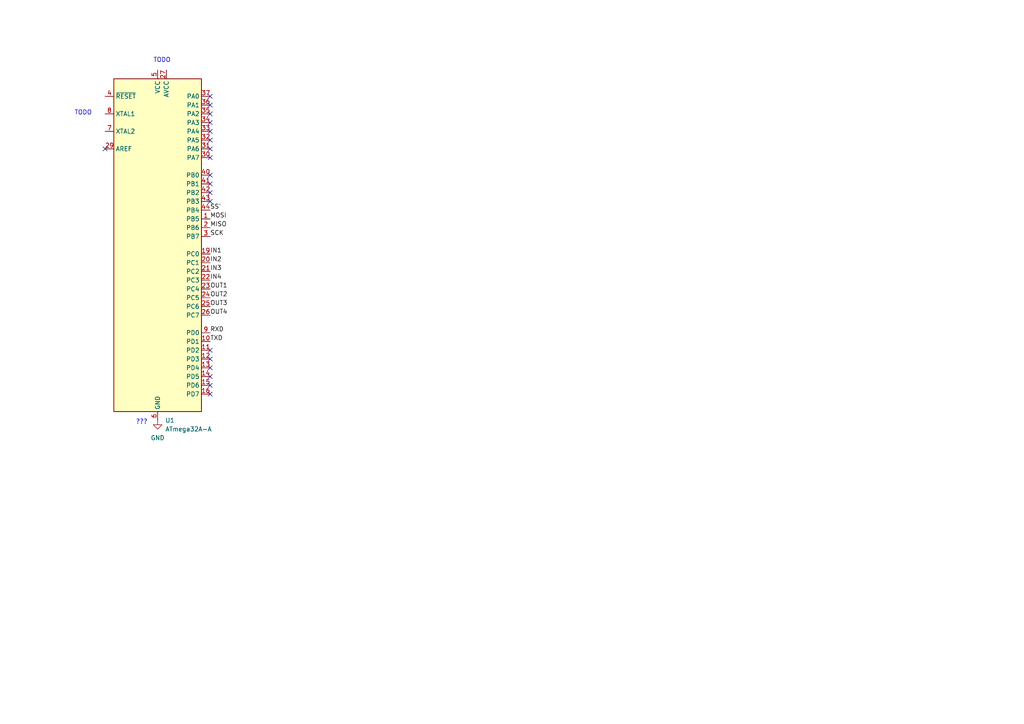
<source format=kicad_sch>
(kicad_sch (version 20230121) (generator eeschema)
  (paper "A4")
  (lib_symbols
    (symbol "MCU_Microchip_ATmega:ATmega32A-A"
      (property "Reference" "U" (at -12.7 49.53 0))
      (property "Value" "ATmega32A-A" (at 2.54 -49.53 0))
      (symbol "ATmega32A-A_0_1"
        (rectangle (start -12.7 -48.26) (end 12.7 48.26) (stroke (width 0.254)) (fill (type background)))
      )
      (symbol "ATmega32A-A_1_1"
        (pin bidirectional line (at 15.24 7.62 180) (length 2.54) (name "PB5") (number "1"))
        (pin bidirectional line (at 15.24 -27.94 180) (length 2.54) (name "PD1") (number "10"))
        (pin bidirectional line (at 15.24 -30.48 180) (length 2.54) (name "PD2") (number "11"))
        (pin bidirectional line (at 15.24 -33.02 180) (length 2.54) (name "PD3") (number "12"))
        (pin bidirectional line (at 15.24 -35.56 180) (length 2.54) (name "PD4") (number "13"))
        (pin bidirectional line (at 15.24 -38.1 180) (length 2.54) (name "PD5") (number "14"))
        (pin bidirectional line (at 15.24 -40.64 180) (length 2.54) (name "PD6") (number "15"))
        (pin bidirectional line (at 15.24 -43.18 180) (length 2.54) (name "PD7") (number "16"))
        (pin passive line (at 0 50.8 270) (length 2.54) hide (name "VCC") (number "17"))
        (pin passive line (at 0 -50.8 90) (length 2.54) hide (name "GND") (number "18"))
        (pin bidirectional line (at 15.24 -2.54 180) (length 2.54) (name "PC0") (number "19"))
        (pin bidirectional line (at 15.24 5.08 180) (length 2.54) (name "PB6") (number "2"))
        (pin bidirectional line (at 15.24 -5.08 180) (length 2.54) (name "PC1") (number "20"))
        (pin bidirectional line (at 15.24 -7.62 180) (length 2.54) (name "PC2") (number "21"))
        (pin bidirectional line (at 15.24 -10.16 180) (length 2.54) (name "PC3") (number "22"))
        (pin bidirectional line (at 15.24 -12.7 180) (length 2.54) (name "PC4") (number "23"))
        (pin bidirectional line (at 15.24 -15.24 180) (length 2.54) (name "PC5") (number "24"))
        (pin bidirectional line (at 15.24 -17.78 180) (length 2.54) (name "PC6") (number "25"))
        (pin bidirectional line (at 15.24 -20.32 180) (length 2.54) (name "PC7") (number "26"))
        (pin power_in line (at 2.54 50.8 270) (length 2.54) (name "AVCC") (number "27"))
        (pin passive line (at 0 -50.8 90) (length 2.54) hide (name "GND") (number "28"))
        (pin passive line (at -15.24 27.94 0) (length 2.54) (name "AREF") (number "29"))
        (pin bidirectional line (at 15.24 2.54 180) (length 2.54) (name "PB7") (number "3"))
        (pin bidirectional line (at 15.24 25.4 180) (length 2.54) (name "PA7") (number "30"))
        (pin bidirectional line (at 15.24 27.94 180) (length 2.54) (name "PA6") (number "31"))
        (pin bidirectional line (at 15.24 30.48 180) (length 2.54) (name "PA5") (number "32"))
        (pin bidirectional line (at 15.24 33.02 180) (length 2.54) (name "PA4") (number "33"))
        (pin bidirectional line (at 15.24 35.56 180) (length 2.54) (name "PA3") (number "34"))
        (pin bidirectional line (at 15.24 38.1 180) (length 2.54) (name "PA2") (number "35"))
        (pin bidirectional line (at 15.24 40.64 180) (length 2.54) (name "PA1") (number "36"))
        (pin bidirectional line (at 15.24 43.18 180) (length 2.54) (name "PA0") (number "37"))
        (pin passive line (at 0 50.8 270) (length 2.54) hide (name "VCC") (number "38"))
        (pin passive line (at 0 -50.8 90) (length 2.54) hide (name "GND") (number "39"))
        (pin input line (at -15.24 43.18 0) (length 2.54) (name "~{RESET}") (number "4"))
        (pin bidirectional line (at 15.24 20.32 180) (length 2.54) (name "PB0") (number "40"))
        (pin bidirectional line (at 15.24 17.78 180) (length 2.54) (name "PB1") (number "41"))
        (pin bidirectional line (at 15.24 15.24 180) (length 2.54) (name "PB2") (number "42"))
        (pin bidirectional line (at 15.24 12.7 180) (length 2.54) (name "PB3") (number "43"))
        (pin bidirectional line (at 15.24 10.16 180) (length 2.54) (name "PB4") (number "44"))
        (pin power_in line (at 0 50.8 270) (length 2.54) (name "VCC") (number "5"))
        (pin power_in line (at 0 -50.8 90) (length 2.54) (name "GND") (number "6"))
        (pin output line (at -15.24 33.02 0) (length 2.54) (name "XTAL2") (number "7"))
        (pin input line (at -15.24 38.1 0) (length 2.54) (name "XTAL1") (number "8"))
        (pin bidirectional line (at 15.24 -25.4 180) (length 2.54) (name "PD0") (number "9"))
      )
    )
    (symbol "power:GND" (power) (pin_names (offset 0))
      (property "Value" "GND" (at 0 -3.81 0))
      (symbol "GND_0_1"
        (polyline (pts (xy 0 0) (xy 0 -1.27) (xy 1.27 -1.27) (xy 0 -2.54) (xy -1.27 -1.27) (xy 0 -1.27)))
      )
      (symbol "GND_1_1"
        (pin power_in line (at 0 0 270) (length 0) hide (name "GND") (number "1"))
      )
    )
  )
  (no_connect (at 60.96 109.22))
  (no_connect (at 60.96 111.76))
  (no_connect (at 60.96 27.94))
  (no_connect (at 60.96 106.68))
  (no_connect (at 60.96 33.02))
  (no_connect (at 30.48 43.18))
  (no_connect (at 60.96 58.42))
  (no_connect (at 60.96 35.56))
  (no_connect (at 60.96 104.14))
  (no_connect (at 60.96 30.48))
  (no_connect (at 60.96 43.18))
  (no_connect (at 60.96 55.88))
  (no_connect (at 60.96 101.6))
  (no_connect (at 60.96 45.72))
  (no_connect (at 60.96 38.1))
  (no_connect (at 60.96 40.64))
  (no_connect (at 60.96 50.8))
  (no_connect (at 60.96 53.34))
  (no_connect (at 60.96 114.3))
  (text "TODO\n\n" (at 21.59 35.56 0) (effects (font (size 1.27 1.27)) (justify left bottom)))
  (text "TODO\n\n" (at 44.45 20.32 0) (effects (font (size 1.27 1.27)) (justify left bottom)))
  (text "???\n" (at 39.37 123.19 0) (effects (font (size 1.27 1.27)) (justify left bottom)))
  (label "SS'" (at 60.96 60.96 0))
  (label "OUT4" (at 60.96 91.44 0))
  (label "MOSI" (at 60.96 63.5 0))
  (label "OUT1" (at 60.96 83.82 0))
  (label "IN2" (at 60.96 76.2 0))
  (label "IN1" (at 60.96 73.66 0))
  (label "SCK" (at 60.96 68.58 0))
  (label "IN4" (at 60.96 81.28 0))
  (label "RXD" (at 60.96 96.52 0))
  (label "MISO" (at 60.96 66.04 0))
  (label "IN3" (at 60.96 78.74 0))
  (label "OUT2" (at 60.96 86.36 0))
  (label "TXD" (at 60.96 99.06 0))
  (label "OUT3" (at 60.96 88.9 0))
  (symbol (lib_id "power:GND") (at 45.72 121.92 0) (unit 1)
    (property "Reference" "#PWR01" (effects hide))
    (property "Value" "GND" (at 45.72 127 0))
  )
  (symbol (lib_id "MCU_Microchip_ATmega:ATmega32A-A") (at 45.72 71.12 0) (unit 1)
    (property "Reference" "U1" (at 47.9141 121.92 0) (effects (justify left)))
    (property "Value" "ATmega32A-A" (at 47.9141 124.46 0) (effects (justify left)))
    (property "Footprint" "Package_QFP:TQFP-44_10x10mm_P0.8mm" (effects hide))
    (property "Datasheet" "http://ww1.microchip.com/downloads/en/DeviceDoc/atmel-8155-8-bit-microcontroller-avr-atmega32a_datasheet.pdf" (effects hide))
  )
)
</source>
